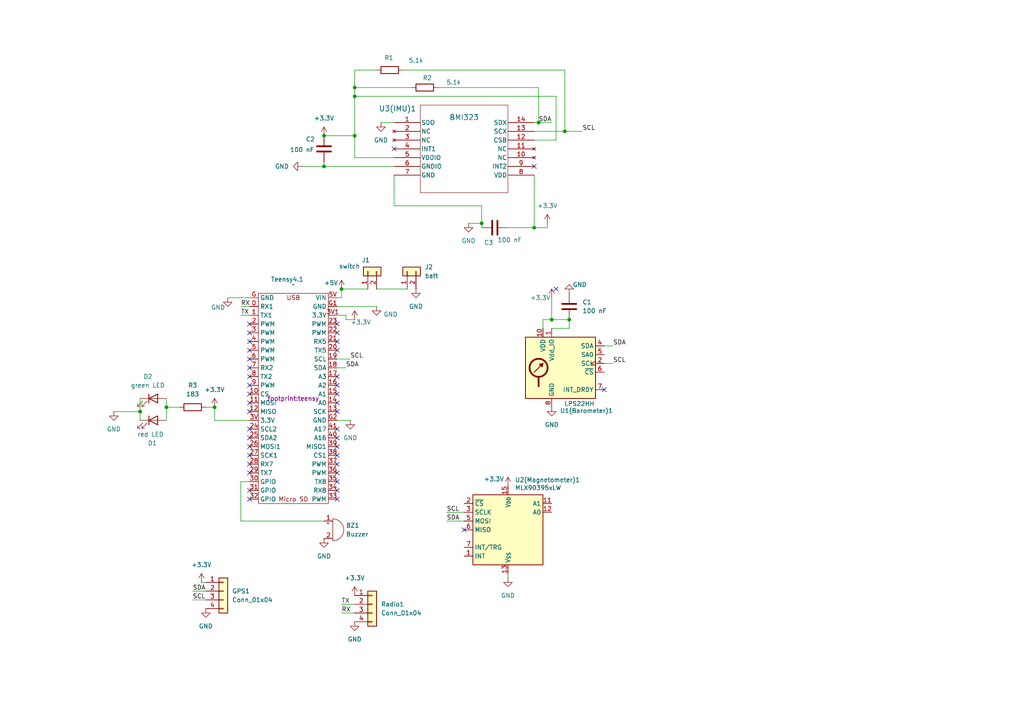
<source format=kicad_sch>
(kicad_sch (version 20250114) (generator "eeschema") (generator_version "9.0")
  (paper "A4")
  (lib_symbols
    (symbol "2025-10-06_20-53-56:BMI323" (pin_names (offset 0.254))
      (property "Reference" "U" (at 20.32 10.16 0))
      (property "Value" "BMI323" (at 20.32 7.62 0))
      (symbol "BMI323_0_1"
        (polyline (pts (xy 7.62 5.08) (xy 7.62 -20.32)) (stroke (width 0.127)))
        (polyline (pts (xy 7.62 -20.32) (xy 33.02 -20.32)) (stroke (width 0.127)))
        (polyline (pts (xy 33.02 5.08) (xy 7.62 5.08)) (stroke (width 0.127)))
        (polyline (pts (xy 33.02 -20.32) (xy 33.02 5.08)) (stroke (width 0.127)))
        (pin bidirectional line (at 0 0 0) (length 7.62) (name "SDO") (number "1"))
        (pin no_connect line (at 0 -2.54 0) (length 7.62) (name "NC") (number "2"))
        (pin no_connect line (at 0 -5.08 0) (length 7.62) (name "NC") (number "3"))
        (pin bidirectional line (at 0 -7.62 0) (length 7.62) (name "INT1") (number "4"))
        (pin power_in line (at 0 -10.16 0) (length 7.62) (name "VDDIO") (number "5"))
        (pin power_out line (at 0 -12.7 0) (length 7.62) (name "GNDIO") (number "6"))
        (pin power_out line (at 0 -15.24 0) (length 7.62) (name "GND") (number "7"))
        (pin bidirectional line (at 40.64 0 180) (length 7.62) (name "SDX") (number "14"))
        (pin input line (at 40.64 -2.54 180) (length 7.62) (name "SCX") (number "13"))
        (pin input line (at 40.64 -5.08 180) (length 7.62) (name "CSB") (number "12"))
        (pin no_connect line (at 40.64 -7.62 180) (length 7.62) (name "NC") (number "11"))
        (pin no_connect line (at 40.64 -10.16 180) (length 7.62) (name "NC") (number "10"))
        (pin bidirectional line (at 40.64 -12.7 180) (length 7.62) (name "INT2") (number "9"))
        (pin power_in line (at 40.64 -15.24 180) (length 7.62) (name "VDD") (number "8"))
      )
    )
    (symbol "Connector_Generic:Conn_01x02" (pin_names (offset 1.016) (hide yes))
      (property "Reference" "J" (at 0 2.54 0))
      (property "Value" "Conn_01x02" (at 0 -5.08 0))
      (symbol "Conn_01x02_1_1"
        (rectangle (start -1.27 1.27) (end 1.27 -3.81) (stroke (width 0.254)) (fill (type background)))
        (rectangle (start -1.27 0.127) (end 0 -0.127) (stroke (width 0.1524)))
        (rectangle (start -1.27 -2.413) (end 0 -2.667) (stroke (width 0.1524)))
        (pin passive line (at -5.08 0 0) (length 3.81) (name "Pin_1") (number "1"))
        (pin passive line (at -5.08 -2.54 0) (length 3.81) (name "Pin_2") (number "2"))
      )
    )
    (symbol "Connector_Generic:Conn_01x04" (pin_names (offset 1.016) (hide yes))
      (property "Reference" "J" (at 0 5.08 0))
      (property "Value" "Conn_01x04" (at 0 -7.62 0))
      (symbol "Conn_01x04_1_1"
        (rectangle (start -1.27 3.81) (end 1.27 -6.35) (stroke (width 0.254)) (fill (type background)))
        (rectangle (start -1.27 2.667) (end 0 2.413) (stroke (width 0.1524)))
        (rectangle (start -1.27 0.127) (end 0 -0.127) (stroke (width 0.1524)))
        (rectangle (start -1.27 -2.413) (end 0 -2.667) (stroke (width 0.1524)))
        (rectangle (start -1.27 -4.953) (end 0 -5.207) (stroke (width 0.1524)))
        (pin passive line (at -5.08 2.54 0) (length 3.81) (name "Pin_1") (number "1"))
        (pin passive line (at -5.08 0 0) (length 3.81) (name "Pin_2") (number "2"))
        (pin passive line (at -5.08 -2.54 0) (length 3.81) (name "Pin_3") (number "3"))
        (pin passive line (at -5.08 -5.08 0) (length 3.81) (name "Pin_4") (number "4"))
      )
    )
    (symbol "Device:Buzzer" (pin_names (offset 0.0254) (hide yes))
      (property "Reference" "BZ" (at 3.81 1.27 0))
      (property "Value" "Buzzer" (at 3.81 -1.27 0))
      (symbol "Buzzer_0_1"
        (polyline (pts (xy -1.651 1.905) (xy -1.143 1.905)))
        (polyline (pts (xy -1.397 2.159) (xy -1.397 1.651)))
        (arc (start 0 3.175) (mid 3.1612 0) (end 0 -3.175))
        (polyline (pts (xy 0 3.175) (xy 0 -3.175)))
      )
      (symbol "Buzzer_1_1"
        (pin passive line (at -2.54 2.54 0) (length 2.54) (name "+") (number "1"))
        (pin passive line (at -2.54 -2.54 0) (length 2.54) (name "-") (number "2"))
      )
    )
    (symbol "Device:C" (pin_numbers (hide yes)) (pin_names (offset 0.254))
      (property "Reference" "C" (at 0.635 2.54 0))
      (property "Value" "C" (at 0.635 -2.54 0))
      (symbol "C_0_1"
        (polyline (pts (xy -2.032 0.762) (xy 2.032 0.762)) (stroke (width 0.508)))
        (polyline (pts (xy -2.032 -0.762) (xy 2.032 -0.762)) (stroke (width 0.508)))
      )
      (symbol "C_1_1"
        (pin passive line (at 0 3.81 270) (length 2.794) (name "~") (number "1"))
        (pin passive line (at 0 -3.81 90) (length 2.794) (name "~") (number "2"))
      )
    )
    (symbol "Device:LED" (pin_numbers (hide yes)) (pin_names (offset 1.016) (hide yes))
      (property "Reference" "D" (at 0 2.54 0))
      (property "Value" "LED" (at 0 -2.54 0))
      (symbol "LED_0_1"
        (polyline (pts (xy -3.048 -0.762) (xy -4.572 -2.286) (xy -3.81 -2.286) (xy -4.572 -2.286) (xy -4.572 -1.524)))
        (polyline (pts (xy -1.778 -0.762) (xy -3.302 -2.286) (xy -2.54 -2.286) (xy -3.302 -2.286) (xy -3.302 -1.524)))
        (polyline (pts (xy -1.27 0) (xy 1.27 0)))
        (polyline (pts (xy -1.27 -1.27) (xy -1.27 1.27)) (stroke (width 0.254)))
        (polyline (pts (xy 1.27 -1.27) (xy 1.27 1.27) (xy -1.27 0) (xy 1.27 -1.27)) (stroke (width 0.254)))
      )
      (symbol "LED_1_1"
        (pin passive line (at -3.81 0 0) (length 2.54) (name "K") (number "1"))
        (pin passive line (at 3.81 0 180) (length 2.54) (name "A") (number "2"))
      )
    )
    (symbol "Device:R" (pin_numbers (hide yes)) (pin_names (offset 0))
      (property "Reference" "R" (at 2.032 0 90))
      (property "Value" "R" (at 0 0 90))
      (symbol "R_0_1"
        (rectangle (start -1.016 -2.54) (end 1.016 2.54) (stroke (width 0.254)))
      )
      (symbol "R_1_1"
        (pin passive line (at 0 3.81 270) (length 1.27) (name "~") (number "1"))
        (pin passive line (at 0 -3.81 90) (length 1.27) (name "~") (number "2"))
      )
    )
    (symbol "Sensor_Magnetic:MLX90395xLW"
      (property "Reference" "U" (at -9.906 11.684 0))
      (property "Value" "MLX90395xLW" (at 1.27 11.684 0))
      (symbol "MLX90395xLW_0_1"
        (rectangle (start -10.16 10.16) (end 10.16 -10.16) (stroke (width 0.254)) (fill (type background)))
      )
      (symbol "MLX90395xLW_1_1"
        (pin input line (at -12.7 7.62 0) (length 2.54) (name "~{CS}") (number "2"))
        (pin input line (at -12.7 5.08 0) (length 2.54) (name "SCLK") (number "3"))
        (pin input line (at -12.7 2.54 0) (length 2.54) (name "MOSI") (number "5"))
        (pin output line (at -12.7 0 0) (length 2.54) (name "MISO") (number "6"))
        (pin bidirectional line (at -12.7 -5.08 0) (length 2.54) (name "INT/TRG") (number "7"))
        (pin output line (at -12.7 -7.62 0) (length 2.54) (name "INT") (number "1"))
        (pin power_in line (at 0 12.7 270) (length 2.54) (name "V_{DD}") (number "15"))
        (pin passive line (at 0 -12.7 90) (length 2.54) (hide yes) (name "V_{SS}") (number "10"))
        (pin power_in line (at 0 -12.7 90) (length 2.54) (name "V_{SS}") (number "13"))
        (pin passive line (at 0 -12.7 90) (length 2.54) (hide yes) (name "V_{SS}") (number "14"))
        (pin passive line (at 0 -12.7 90) (length 2.54) (hide yes) (name "V_{SS}") (number "16"))
        (pin passive line (at 0 -12.7 90) (length 2.54) (hide yes) (name "V_{SS}") (number "17"))
        (pin passive line (at 0 -12.7 90) (length 2.54) (hide yes) (name "V_{SS}") (number "4"))
        (pin passive line (at 0 -12.7 90) (length 2.54) (hide yes) (name "V_{SS}") (number "8"))
        (pin passive line (at 0 -12.7 90) (length 2.54) (hide yes) (name "V_{SS}") (number "9"))
        (pin input line (at 12.7 7.62 180) (length 2.54) (name "A1") (number "11"))
        (pin input line (at 12.7 5.08 180) (length 2.54) (name "A0") (number "12"))
      )
    )
    (symbol "Sensor_Pressure:LPS22HH"
      (property "Reference" "U" (at -11.43 1.27 0))
      (property "Value" "LPS22HH" (at -11.43 -1.27 0))
      (symbol "LPS22HH_0_1"
        (rectangle (start -10.16 10.16) (end 10.16 -7.62) (stroke (width 0.254)) (fill (type background)))
        (polyline (pts (xy -7.62 0) (xy -5.08 2.54)) (stroke (width 0.254)))
        (circle (center -6.35 1.27) (radius 2.6162) (stroke (width 0.508)))
        (polyline (pts (xy -6.35 -1.524) (xy -6.35 -4.064)) (stroke (width 0.508)))
        (polyline (pts (xy -5.08 2.54) (xy -5.334 1.524) (xy -6.096 2.286) (xy -5.08 2.54)) (stroke (width 0.254)) (fill (type outline)))
      )
      (symbol "LPS22HH_1_1"
        (pin power_in line (at -5.08 12.7 270) (length 2.54) (name "VDD") (number "10"))
        (pin power_in line (at -2.54 12.7 270) (length 2.54) (name "Vdd_IO") (number "1"))
        (pin passive line (at -2.54 -10.16 90) (length 2.54) (hide yes) (name "GND") (number "3"))
        (pin power_in line (at -2.54 -10.16 90) (length 2.54) (name "GND") (number "8"))
        (pin passive line (at -2.54 -10.16 90) (length 2.54) (hide yes) (name "GND") (number "9"))
        (pin bidirectional line (at 12.7 7.62 180) (length 2.54) (name "SDA") (number "4"))
        (pin input line (at 12.7 5.08 180) (length 2.54) (name "SA0") (number "5"))
        (pin input clock (at 12.7 2.54 180) (length 2.54) (name "SCL") (number "2"))
        (pin input line (at 12.7 0 180) (length 2.54) (name "~{CS}") (number "6"))
        (pin output line (at 12.7 -5.08 180) (length 2.54) (name "INT_DRDY") (number "7"))
      )
    )
    (symbol "power:+3.3V" (power) (pin_numbers (hide yes)) (pin_names (offset 0) (hide yes))
      (property "Value" "+3.3V" (at 0 3.556 0))
      (symbol "+3.3V_0_1"
        (polyline (pts (xy -0.762 1.27) (xy 0 2.54)))
        (polyline (pts (xy 0 2.54) (xy 0.762 1.27)))
        (polyline (pts (xy 0 0) (xy 0 2.54)))
      )
      (symbol "+3.3V_1_1"
        (pin power_in line (at 0 0 90) (length 0) (name "~") (number "1"))
      )
    )
    (symbol "power:+5V" (power) (pin_numbers (hide yes)) (pin_names (offset 0) (hide yes))
      (property "Value" "+5V" (at 0 3.556 0))
      (symbol "+5V_0_1"
        (polyline (pts (xy -0.762 1.27) (xy 0 2.54)))
        (polyline (pts (xy 0 2.54) (xy 0.762 1.27)))
        (polyline (pts (xy 0 0) (xy 0 2.54)))
      )
      (symbol "+5V_1_1"
        (pin power_in line (at 0 0 90) (length 0) (name "~") (number "1"))
      )
    )
    (symbol "power:GND" (power) (pin_numbers (hide yes)) (pin_names (offset 0) (hide yes))
      (property "Value" "GND" (at 0 -3.81 0))
      (symbol "GND_0_1"
        (polyline (pts (xy 0 0) (xy 0 -1.27) (xy 1.27 -1.27) (xy 0 -2.54) (xy -1.27 -1.27) (xy 0 -1.27)))
      )
      (symbol "GND_1_1"
        (pin power_in line (at 0 0 270) (length 0) (name "~") (number "1"))
      )
    )
    (symbol "teensy:Teensy4.1"
      (property "Reference" "Teensy4.1" (at 0 0 90))
      (symbol "Teensy4.1_0_1"
        (rectangle (start -10.16 30.48) (end 10.16 -30.48))
      )
      (symbol "Teensy4.1_1_1"
        (text "USB" (at 0 29.21 0) (effects (font (size 1.27 1.27))))
        (text "Micro SD" (at 0 -29.21 0) (effects (font (size 1.27 1.27))))
        (pin input line (at -12.7 29.21 0) (length 2.54) (name "GND") (number "G"))
        (pin input line (at -12.7 26.67 0) (length 2.54) (name "RX1") (number "0"))
        (pin input line (at -12.7 24.13 0) (length 2.54) (name "TX1") (number "1"))
        (pin input line (at -12.7 21.59 0) (length 2.54) (name "PWM") (number "2"))
        (pin input line (at -12.7 19.05 0) (length 2.54) (name "PWM") (number "3"))
        (pin input line (at -12.7 16.51 0) (length 2.54) (name "PWM") (number "4"))
        (pin input line (at -12.7 13.97 0) (length 2.54) (name "PWM") (number "5"))
        (pin input line (at -12.7 11.43 0) (length 2.54) (name "PWM") (number "6"))
        (pin input line (at -12.7 8.89 0) (length 2.54) (name "RX2") (number "7"))
        (pin input line (at -12.7 6.35 0) (length 2.54) (name "TX2") (number "8"))
        (pin input line (at -12.7 3.81 0) (length 2.54) (name "PWM") (number "9"))
        (pin input line (at -12.7 1.27 0) (length 2.54) (name "CS") (number "10"))
        (pin input line (at -12.7 -1.27 0) (length 2.54) (name "MOSI") (number "11"))
        (pin input line (at -12.7 -3.81 0) (length 2.54) (name "MISO") (number "12"))
        (pin input line (at -12.7 -6.35 0) (length 2.54) (name "3.3V") (number "3V"))
        (pin input line (at -12.7 -8.89 0) (length 2.54) (name "SCL2") (number "24"))
        (pin input line (at -12.7 -11.43 0) (length 2.54) (name "SDA2") (number "25"))
        (pin input line (at -12.7 -13.97 0) (length 2.54) (name "MOSI1") (number "26"))
        (pin input line (at -12.7 -16.51 0) (length 2.54) (name "SCK1") (number "27"))
        (pin input line (at -12.7 -19.05 0) (length 2.54) (name "RX7") (number "28"))
        (pin input line (at -12.7 -21.59 0) (length 2.54) (name "TX7") (number "29"))
        (pin input line (at -12.7 -24.13 0) (length 2.54) (name "GPIO") (number "30"))
        (pin input line (at -12.7 -26.67 0) (length 2.54) (name "GPIO") (number "31"))
        (pin input line (at -12.7 -29.21 0) (length 2.54) (name "GPIO") (number "32"))
        (pin input line (at 12.7 29.21 180) (length 2.54) (name "VIN") (number "5V"))
        (pin input line (at 12.7 26.67 180) (length 2.54) (name "GND") (number "G1"))
        (pin input line (at 12.7 24.13 180) (length 2.54) (name "3.3V") (number "3V1"))
        (pin input line (at 12.7 21.59 180) (length 2.54) (name "PWM") (number "23"))
        (pin input line (at 12.7 19.05 180) (length 2.54) (name "PWM") (number "22"))
        (pin input line (at 12.7 16.51 180) (length 2.54) (name "RX5") (number "21"))
        (pin input line (at 12.7 13.97 180) (length 2.54) (name "TX5") (number "20"))
        (pin input line (at 12.7 11.43 180) (length 2.54) (name "SCL") (number "19"))
        (pin input line (at 12.7 8.89 180) (length 2.54) (name "SDA") (number "18"))
        (pin input line (at 12.7 6.35 180) (length 2.54) (name "A3") (number "17"))
        (pin input line (at 12.7 3.81 180) (length 2.54) (name "A2") (number "16"))
        (pin input line (at 12.7 1.27 180) (length 2.54) (name "A1") (number "15"))
        (pin input line (at 12.7 -1.27 180) (length 2.54) (name "A0") (number "14"))
        (pin input line (at 12.7 -3.81 180) (length 2.54) (name "SCK") (number "13"))
        (pin input line (at 12.7 -6.35 180) (length 2.54) (name "GND") (number "G2"))
        (pin input line (at 12.7 -8.89 180) (length 2.54) (name "A17") (number "41"))
        (pin input line (at 12.7 -11.43 180) (length 2.54) (name "A16") (number "40"))
        (pin input line (at 12.7 -13.97 180) (length 2.54) (name "MISO1") (number "39"))
        (pin input line (at 12.7 -16.51 180) (length 2.54) (name "CS1") (number "38"))
        (pin input line (at 12.7 -19.05 180) (length 2.54) (name "PWM") (number "37"))
        (pin input line (at 12.7 -21.59 180) (length 2.54) (name "PWM") (number "36"))
        (pin input line (at 12.7 -24.13 180) (length 2.54) (name "TX8") (number "35"))
        (pin input line (at 12.7 -26.67 180) (length 2.54) (name "RX8") (number "34"))
        (pin input line (at 12.7 -29.21 180) (length 2.54) (name "PWM") (number "33"))
      )
    )
  )
  (junction (at 102.87 39.37))
  (junction (at 102.87 27.94))
  (junction (at 40.64 119.38))
  (junction (at 62.23 118.11))
  (junction (at 156.21 35.56))
  (junction (at 165.1 92.71))
  (junction (at 102.87 25.4))
  (junction (at 139.7 64.77))
  (junction (at 48.26 118.11))
  (junction (at 163.83 38.1))
  (junction (at 160.02 92.71))
  (junction (at 93.98 39.37))
  (junction (at 154.94 66.04))
  (junction (at 93.98 48.26))
  (junction (at 99.06 83.82))
  (no_connect (at 97.79 132.08))
  (no_connect (at 72.39 106.68))
  (no_connect (at 72.39 104.14))
  (no_connect (at 97.79 142.24))
  (no_connect (at 134.62 153.67))
  (no_connect (at 72.39 124.46))
  (no_connect (at 97.79 137.16))
  (no_connect (at 72.39 109.22))
  (no_connect (at 72.39 144.78))
  (no_connect (at 97.79 139.7))
  (no_connect (at 97.79 101.6))
  (no_connect (at 97.79 124.46))
  (no_connect (at 97.79 119.38))
  (no_connect (at 72.39 99.06))
  (no_connect (at 97.79 144.78))
  (no_connect (at 97.79 129.54))
  (no_connect (at 175.26 113.03))
  (no_connect (at 72.39 142.24))
  (no_connect (at 72.39 137.16))
  (no_connect (at 97.79 134.62))
  (no_connect (at 97.79 111.76))
  (no_connect (at 72.39 114.3))
  (no_connect (at 97.79 93.98))
  (no_connect (at 72.39 132.08))
  (no_connect (at 97.79 109.22))
  (no_connect (at 154.94 48.26))
  (no_connect (at 97.79 99.06))
  (no_connect (at 72.39 111.76))
  (no_connect (at 72.39 96.52))
  (no_connect (at 161.29 83.82))
  (no_connect (at 72.39 116.84))
  (no_connect (at 72.39 134.62))
  (no_connect (at 97.79 127))
  (no_connect (at 114.3 43.18))
  (no_connect (at 97.79 96.52))
  (no_connect (at 72.39 101.6))
  (no_connect (at 97.79 114.3))
  (no_connect (at 72.39 127))
  (no_connect (at 97.79 116.84))
  (no_connect (at 72.39 93.98))
  (no_connect (at 72.39 129.54))
  (no_connect (at 72.39 119.38))
  (wire (pts (xy 100.33 106.68) (xy 97.79 106.68)))
  (wire (pts (xy 40.64 119.38) (xy 40.64 121.92)))
  (wire (pts (xy 156.21 35.56) (xy 160.02 35.56)))
  (wire (pts (xy 163.83 20.32) (xy 163.83 38.1)))
  (wire (pts (xy 156.21 25.4) (xy 156.21 35.56)))
  (wire (pts (xy 147.32 66.04) (xy 154.94 66.04)))
  (wire (pts (xy 161.29 27.94) (xy 161.29 40.64)))
  (wire (pts (xy 109.22 83.82) (xy 118.11 83.82)))
  (wire (pts (xy 177.8 100.33) (xy 175.26 100.33)))
  (wire (pts (xy 69.85 91.44) (xy 72.39 91.44)))
  (wire (pts (xy 87.63 48.26) (xy 93.98 48.26)))
  (wire (pts (xy 114.3 48.26) (xy 93.98 48.26)))
  (wire (pts (xy 33.02 119.38) (xy 40.64 119.38)))
  (wire (pts (xy 154.94 66.04) (xy 154.94 50.8)))
  (wire (pts (xy 161.29 40.64) (xy 154.94 40.64)))
  (wire (pts (xy 102.87 27.94) (xy 161.29 27.94)))
  (wire (pts (xy 154.94 38.1) (xy 163.83 38.1)))
  (wire (pts (xy 93.98 48.26) (xy 93.98 46.99)))
  (wire (pts (xy 69.85 88.9) (xy 72.39 88.9)))
  (wire (pts (xy 102.87 25.4) (xy 119.38 25.4)))
  (wire (pts (xy 160.02 92.71) (xy 165.1 92.71)))
  (wire (pts (xy 69.85 139.7) (xy 69.85 151.13)))
  (wire (pts (xy 165.1 95.25) (xy 160.02 95.25)))
  (wire (pts (xy 58.42 168.91) (xy 59.69 168.91)))
  (wire (pts (xy 48.26 115.57) (xy 48.26 118.11)))
  (wire (pts (xy 158.75 66.04) (xy 158.75 64.77)))
  (wire (pts (xy 139.7 59.69) (xy 139.7 64.77)))
  (wire (pts (xy 99.06 83.82) (xy 106.68 83.82)))
  (wire (pts (xy 154.94 35.56) (xy 156.21 35.56)))
  (wire (pts (xy 154.94 66.04) (xy 158.75 66.04)))
  (wire (pts (xy 165.1 92.71) (xy 165.1 95.25)))
  (wire (pts (xy 114.3 45.72) (xy 102.87 45.72)))
  (wire (pts (xy 55.88 173.99) (xy 59.69 173.99)))
  (wire (pts (xy 99.06 86.36) (xy 99.06 83.82)))
  (wire (pts (xy 100.33 91.44) (xy 97.79 91.44)))
  (wire (pts (xy 102.87 27.94) (xy 102.87 39.37)))
  (wire (pts (xy 40.64 115.57) (xy 40.64 119.38)))
  (wire (pts (xy 110.49 35.56) (xy 114.3 35.56)))
  (wire (pts (xy 139.7 64.77) (xy 139.7 66.04)))
  (wire (pts (xy 147.32 166.37) (xy 147.32 167.64)))
  (wire (pts (xy 55.88 171.45) (xy 59.69 171.45)))
  (wire (pts (xy 177.8 105.41) (xy 175.26 105.41)))
  (wire (pts (xy 66.04 86.36) (xy 72.39 86.36)))
  (wire (pts (xy 100.33 91.44) (xy 100.33 92.71)))
  (wire (pts (xy 99.06 177.8) (xy 102.87 177.8)))
  (wire (pts (xy 69.85 151.13) (xy 93.98 151.13)))
  (wire (pts (xy 160.02 86.36) (xy 160.02 92.71)))
  (wire (pts (xy 168.91 38.1) (xy 163.83 38.1)))
  (wire (pts (xy 102.87 20.32) (xy 102.87 25.4)))
  (wire (pts (xy 48.26 118.11) (xy 52.07 118.11)))
  (wire (pts (xy 100.33 92.71) (xy 102.87 92.71)))
  (wire (pts (xy 48.26 118.11) (xy 48.26 121.92)))
  (wire (pts (xy 129.54 148.59) (xy 134.62 148.59)))
  (wire (pts (xy 72.39 121.92) (xy 62.23 121.92)))
  (wire (pts (xy 127 25.4) (xy 156.21 25.4)))
  (wire (pts (xy 101.6 104.14) (xy 97.79 104.14)))
  (wire (pts (xy 99.06 175.26) (xy 102.87 175.26)))
  (wire (pts (xy 99.06 86.36) (xy 97.79 86.36)))
  (wire (pts (xy 102.87 45.72) (xy 102.87 39.37)))
  (wire (pts (xy 114.3 50.8) (xy 114.3 59.69)))
  (wire (pts (xy 114.3 59.69) (xy 139.7 59.69)))
  (wire (pts (xy 157.48 92.71) (xy 157.48 95.25)))
  (wire (pts (xy 97.79 121.92) (xy 101.6 121.92)))
  (wire (pts (xy 102.87 20.32) (xy 109.22 20.32)))
  (wire (pts (xy 69.85 139.7) (xy 72.39 139.7)))
  (wire (pts (xy 102.87 39.37) (xy 93.98 39.37)))
  (wire (pts (xy 157.48 92.71) (xy 160.02 92.71)))
  (wire (pts (xy 102.87 25.4) (xy 102.87 27.94)))
  (wire (pts (xy 135.89 64.77) (xy 139.7 64.77)))
  (wire (pts (xy 116.84 20.32) (xy 163.83 20.32)))
  (wire (pts (xy 165.1 86.36) (xy 165.1 87.63)))
  (wire (pts (xy 97.79 88.9) (xy 109.22 88.9)))
  (wire (pts (xy 59.69 118.11) (xy 62.23 118.11)))
  (wire (pts (xy 62.23 118.11) (xy 62.23 121.92)))
  (wire (pts (xy 129.54 151.13) (xy 134.62 151.13)))
  (label "" (at 158.75 34.29 0))
  (label "SCL" (at 129.54 148.59 0))
  (label "SCL" (at 55.88 173.99 0))
  (label "SDA" (at 55.88 171.45 0))
  (label "" (at 72.39 114.3 0))
  (label "TX" (at 99.06 175.26 0))
  (label "SCL" (at 101.6 104.14 0))
  (label "TX" (at 69.85 91.44 0))
  (label "" (at 134.62 158.75 0))
  (label "SDA" (at 177.8 100.33 0))
  (label "" (at 154.94 38.1 0))
  (label "" (at 110.49 35.56 0))
  (label "RX" (at 99.06 177.8 0))
  (label "SCL" (at 168.91 38.1 0))
  (label "SDA" (at 129.54 151.13 0))
  (label "RX" (at 69.85 88.9 0))
  (label "" (at 97.79 106.68 0))
  (label "SCL" (at 177.8 105.41 0))
  (label "SDA" (at 100.33 106.68 0))
  (label "" (at 110.49 35.56 0))
  (label "SDA" (at 156.21 35.56 0))
  (symbol (lib_id "power:GND") (at 102.87 180.34 0) (unit 1)
    (property "Reference" "#PWR022" (effects (hide yes)))
    (property "Value" "GND" (at 102.87 185.42 0))
    (property "Description" "Power symbol creates a global label with name \"GND\" , ground" (effects (hide yes)))
  )
  (symbol (lib_id "Connector_Generic:Conn_01x02") (at 106.68 78.74 90) (unit 1)
    (property "Reference" "J1" (at 104.902 75.438 90) (effects (justify right)))
    (property "Value" "switch" (at 98.298 77.216 90) (effects (justify right)))
    (property "Footprint" "Connector_JST:JST_XH_B2B-XH-A_1x02_P2.50mm_Vertical" (effects (hide yes)))
    (property "Description" "Generic connector, single row, 01x02, script generated (kicad-library-utils/schlib/autogen/connector/)" (effects (hide yes)))
  )
  (symbol (lib_id "Sensor_Pressure:LPS22HH") (at 162.56 107.95 0) (unit 1)
    (property "Reference" "U1(Barometer)1" (at 177.8 119.126 0) (effects (justify right)))
    (property "Value" "LPS22HH" (at 172.466 117.094 0) (effects (justify right)))
    (property "Footprint" "Package_LGA:ST_HLGA-10_2x2mm_P0.5mm_LayoutBorder3x2y" (effects (hide yes)))
    (property "Datasheet" "https://www.st.com/resource/en/datasheet/lps22hh.pdf" (effects (hide yes)))
    (property "Description" "MEMS nano pressure sensor, 260-1260 hPa, absolute digital output baromeeter, 24 bit, SPI, I2C, I3C, 0.65 Pa noise rms, ST_HLGA-10L" (effects (hide yes)))
  )
  (symbol (lib_id "power:+3.3V") (at 102.87 92.71 0) (unit 1)
    (property "Reference" "#PWR08" (effects (hide yes)))
    (property "Value" "+3.3V" (at 104.648 93.472 0))
    (property "Description" "Power symbol creates a global label with name \"+3.3V\"" (effects (hide yes)))
  )
  (symbol (lib_id "power:GND") (at 147.32 167.64 0) (unit 1)
    (property "Reference" "#PWR016" (effects (hide yes)))
    (property "Value" "GND" (at 147.32 172.72 0))
    (property "Description" "Power symbol creates a global label with name \"GND\" , ground" (effects (hide yes)))
  )
  (symbol (lib_id "power:GND") (at 87.63 48.26 270) (unit 1)
    (property "Reference" "#PWR05" (effects (hide yes)))
    (property "Value" "GND" (at 83.82 48.2599 90) (effects (justify right)))
    (property "Description" "Power symbol creates a global label with name \"GND\" , ground" (effects (hide yes)))
  )
  (symbol (lib_id "Device:R") (at 113.03 20.32 90) (unit 1)
    (property "Reference" "R1" (at 112.776 16.764 90))
    (property "Value" "5.1k" (at 120.65 17.526 90))
    (property "Footprint" "Resistor_SMD:R_0603_1608Metric" (effects (hide yes)))
    (property "Description" "Resistor" (effects (hide yes)))
  )
  (symbol (lib_id "Device:C") (at 143.51 66.04 90) (unit 1)
    (property "Reference" "C3" (at 141.732 70.358 90))
    (property "Value" "100 nF" (at 147.828 69.596 90))
    (property "Footprint" "Capacitor_SMD:C_0603_1608Metric" (effects (hide yes)))
    (property "Description" "Unpolarized capacitor" (effects (hide yes)))
  )
  (symbol (lib_id "power:+3.3V") (at 147.32 140.97 0) (unit 1)
    (property "Reference" "#PWR015" (effects (hide yes)))
    (property "Value" "+3.3V" (at 143.256 138.938 0))
    (property "Description" "Power symbol creates a global label with name \"+3.3V\"" (effects (hide yes)))
  )
  (symbol (lib_id "power:GND") (at 110.49 35.56 0) (unit 1)
    (property "Reference" "#PWR018" (effects (hide yes)))
    (property "Value" "GND" (at 110.49 40.64 0))
    (property "Description" "Power symbol creates a global label with name \"GND\" , ground" (effects (hide yes)))
  )
  (symbol (lib_id "Device:R") (at 123.19 25.4 90) (unit 1)
    (property "Reference" "R2" (at 123.952 22.606 90))
    (property "Value" "5.1k" (at 131.572 23.876 90))
    (property "Footprint" "Resistor_SMD:R_0603_1608Metric" (effects (hide yes)))
    (property "Description" "Resistor" (effects (hide yes)))
  )
  (symbol (lib_id "power:+3.3V") (at 58.42 168.91 0) (unit 1)
    (property "Reference" "#PWR020" (effects (hide yes)))
    (property "Value" "+3.3V" (at 58.42 163.83 0))
    (property "Description" "Power symbol creates a global label with name \"+3.3V\"" (effects (hide yes)))
  )
  (symbol (lib_id "power:GND") (at 59.69 176.53 0) (unit 1)
    (property "Reference" "#PWR019" (effects (hide yes)))
    (property "Value" "GND" (at 59.69 181.61 0))
    (property "Description" "Power symbol creates a global label with name \"GND\" , ground" (effects (hide yes)))
  )
  (symbol (lib_id "power:GND") (at 135.89 64.77 0) (unit 1)
    (property "Reference" "#PWR06" (effects (hide yes)))
    (property "Value" "GND" (at 135.89 69.85 0))
    (property "Description" "Power symbol creates a global label with name \"GND\" , ground" (effects (hide yes)))
  )
  (symbol (lib_id "power:GND") (at 66.04 86.36 0) (unit 1)
    (property "Reference" "#PWR01" (effects (hide yes)))
    (property "Value" "GND" (at 63.246 89.154 0))
    (property "Description" "Power symbol creates a global label with name \"GND\" , ground" (effects (hide yes)))
  )
  (symbol (lib_id "power:GND") (at 93.98 156.21 0) (unit 1)
    (property "Reference" "#PWR014" (effects (hide yes)))
    (property "Value" "GND" (at 93.98 161.29 0))
    (property "Description" "Power symbol creates a global label with name \"GND\" , ground" (effects (hide yes)))
  )
  (symbol (lib_id "Device:LED") (at 44.45 115.57 0) (unit 1)
    (property "Reference" "D2" (at 42.8625 109.22 0))
    (property "Value" "green LED" (at 42.8625 111.76 0))
    (property "Footprint" "LED_SMD:LED_0805_2012Metric" (effects (hide yes)))
    (property "Description" "Light emitting diode" (effects (hide yes)))
    (property "Sim.Pins" "1=K 2=A" (effects (hide yes)))
  )
  (symbol (lib_id "power:+3.3V") (at 102.87 172.72 0) (unit 1)
    (property "Reference" "#PWR021" (effects (hide yes)))
    (property "Value" "+3.3V" (at 102.87 167.64 0))
    (property "Description" "Power symbol creates a global label with name \"+3.3V\"" (effects (hide yes)))
  )
  (symbol (lib_id "power:GND") (at 109.22 88.9 0) (unit 1)
    (property "Reference" "#PWR02" (effects (hide yes)))
    (property "Value" "GND" (at 113.284 91.186 0))
    (property "Description" "Power symbol creates a global label with name \"GND\" , ground" (effects (hide yes)))
  )
  (symbol (lib_id "power:GND") (at 101.6 121.92 0) (unit 1)
    (property "Reference" "#PWR013" (effects (hide yes)))
    (property "Value" "GND" (at 101.6 127 0))
    (property "Description" "Power symbol creates a global label with name \"GND\" , ground" (effects (hide yes)))
  )
  (symbol (lib_id "power:+3.3V") (at 160.02 86.36 0) (unit 1)
    (property "Reference" "#PWR09" (effects (hide yes)))
    (property "Value" "+3.3V" (at 156.718 86.36 0))
    (property "Description" "Power symbol creates a global label with name \"+3.3V\"" (effects (hide yes)))
  )
  (symbol (lib_id "Device:C") (at 165.1 88.9 0) (unit 1)
    (property "Reference" "C1" (at 168.91 87.6299 0) (effects (justify left)))
    (property "Value" "100 nF" (at 168.91 90.1699 0) (effects (justify left)))
    (property "Footprint" "Capacitor_SMD:C_0603_1608Metric" (effects (hide yes)))
    (property "Description" "Unpolarized capacitor" (effects (hide yes)))
  )
  (symbol (lib_id "power:GND") (at 120.65 83.82 0) (unit 1)
    (property "Reference" "#PWR017" (effects (hide yes)))
    (property "Value" "GND" (at 120.65 88.9 0))
    (property "Description" "Power symbol creates a global label with name \"GND\" , ground" (effects (hide yes)))
  )
  (symbol (lib_id "power:GND") (at 33.02 119.38 0) (unit 1)
    (property "Reference" "#PWR023" (effects (hide yes)))
    (property "Value" "GND" (at 33.02 124.46 0))
    (property "Description" "Power symbol creates a global label with name \"GND\" , ground" (effects (hide yes)))
  )
  (symbol (lib_id "Device:LED") (at 44.45 121.92 0) (unit 1)
    (property "Reference" "D1" (at 44.196 128.524 0))
    (property "Value" "red LED" (at 43.688 125.984 0))
    (property "Footprint" "LED_SMD:LED_0805_2012Metric" (effects (hide yes)))
    (property "Description" "Light emitting diode" (effects (hide yes)))
    (property "Sim.Pins" "1=K 2=A" (effects (hide yes)))
  )
  (symbol (lib_id "power:+5V") (at 99.06 83.82 0) (unit 1)
    (property "Reference" "#PWR03" (effects (hide yes)))
    (property "Value" "+5V" (at 96.012 82.042 0))
    (property "Description" "Power symbol creates a global label with name \"+5V\"" (effects (hide yes)))
  )
  (symbol (lib_id "Device:R") (at 55.88 118.11 90) (unit 1)
    (property "Reference" "R3" (at 55.88 111.76 90))
    (property "Value" "183" (at 55.88 114.3 90))
    (property "Footprint" "Resistor_SMD:R_0603_1608Metric" (effects (hide yes)))
    (property "Description" "Resistor" (effects (hide yes)))
  )
  (symbol (lib_id "Connector_Generic:Conn_01x04") (at 107.95 175.26 0) (unit 1)
    (property "Reference" "Radio1" (at 110.49 175.2599 0) (effects (justify left)))
    (property "Value" "Conn_01x04" (at 110.49 177.7999 0) (effects (justify left)))
    (property "Footprint" "Connector_JST:JST_XH_B4B-XH-A_1x04_P2.50mm_Vertical" (effects (hide yes)))
    (property "Description" "Generic connector, single row, 01x04, script generated (kicad-library-utils/schlib/autogen/connector/)" (effects (hide yes)))
  )
  (symbol (lib_id "Connector_Generic:Conn_01x02") (at 118.11 78.74 90) (unit 1)
    (property "Reference" "J2" (at 123.19 77.4699 90) (effects (justify right)))
    (property "Value" "batt" (at 123.19 80.0099 90) (effects (justify right)))
    (property "Footprint" "Connector_JST:JST_XH_B2B-XH-A_1x02_P2.50mm_Vertical" (effects (hide yes)))
    (property "Description" "Generic connector, single row, 01x02, script generated (kicad-library-utils/schlib/autogen/connector/)" (effects (hide yes)))
  )
  (symbol (lib_id "Device:Buzzer") (at 96.52 153.67 0) (unit 1)
    (property "Reference" "BZ1" (at 100.33 152.3999 0) (effects (justify left)))
    (property "Value" "Buzzer" (at 100.33 154.9399 0) (effects (justify left)))
    (property "Footprint" "Buzzer_Beeper:Buzzer_12x9.5RM7.6" (effects (hide yes)))
    (property "Description" "Buzzer, polarized" (effects (hide yes)))
  )
  (symbol (lib_id "power:+3.3V") (at 93.98 39.37 0) (unit 1)
    (property "Reference" "#PWR011" (effects (hide yes)))
    (property "Value" "+3.3V" (at 93.98 34.29 0))
    (property "Description" "Power symbol creates a global label with name \"+3.3V\"" (effects (hide yes)))
  )
  (symbol (lib_id "power:GND") (at 165.1 85.09 180) (unit 1)
    (property "Reference" "#PWR07" (effects (hide yes)))
    (property "Value" "GND" (at 168.148 82.55 0))
    (property "Description" "Power symbol creates a global label with name \"GND\" , ground" (effects (hide yes)))
  )
  (symbol (lib_id "power:GND") (at 160.02 118.11 0) (unit 1)
    (property "Reference" "#PWR010" (effects (hide yes)))
    (property "Value" "GND" (at 160.02 123.19 0))
    (property "Description" "Power symbol creates a global label with name \"GND\" , ground" (effects (hide yes)))
  )
  (symbol (lib_id "Device:C") (at 93.98 43.18 180) (unit 1)
    (property "Reference" "C2" (at 88.646 40.386 0) (effects (justify right)))
    (property "Value" "100 nF" (at 84.074 43.434 0) (effects (justify right)))
    (property "Footprint" "Capacitor_SMD:C_0603_1608Metric" (effects (hide yes)))
    (property "Description" "Unpolarized capacitor" (effects (hide yes)))
  )
  (symbol (lib_id "teensy:Teensy4.1") (at 85.09 115.57 0) (unit 1)
    (property "Reference" "Teensy4.1" (at 83.312 81.026 0))
    (property "Value" "~" (at 85.09 82.55 0))
    (property "Footprint" "footprint:teensy" (at 85.09 115.57 0))
  )
  (symbol (lib_id "Sensor_Magnetic:MLX90395xLW") (at 147.32 153.67 0) (unit 1)
    (property "Reference" "U2(Magnetometer)1" (at 149.352 139.192 0) (effects (justify left)))
    (property "Value" "MLX90395xLW" (at 149.352 141.478 0) (effects (justify left)))
    (property "Footprint" "Package_DFN_QFN:QFN-16-1EP_3x3mm_P0.5mm_EP1.675x1.675mm" (effects (hide yes)))
    (property "Datasheet" "https://www.melexis.com/en/documents/documentation/datasheets/datasheet-mlx90395" (effects (hide yes)))
    (property "Description" "3-axis Magnetometer Node, SPI / I2C interface, VQFN-16" (effects (hide yes)))
  )
  (symbol (lib_id "2025-10-06_20-53-56:BMI323") (at 114.3 35.56 0) (unit 1)
    (property "Reference" "U3(IMU)1" (at 115.316 31.496 0) (effects (font (size 1.524 1.524))))
    (property "Value" "BMI323" (at 134.62 34.036 0) (effects (font (size 1.524 1.524))))
    (property "Footprint" "footprints:BMI323_BOS" (effects (hide yes)))
    (property "Datasheet" "BMI323" (effects (hide yes)))
  )
  (symbol (lib_id "power:+3.3V") (at 62.23 118.11 0) (unit 1)
    (property "Reference" "#PWR012" (effects (hide yes)))
    (property "Value" "+3.3V" (at 62.23 113.03 0))
    (property "Description" "Power symbol creates a global label with name \"+3.3V\"" (effects (hide yes)))
  )
  (symbol (lib_id "Connector_Generic:Conn_01x04") (at 64.77 171.45 0) (unit 1)
    (property "Reference" "GPS1" (at 67.31 171.4499 0) (effects (justify left)))
    (property "Value" "Conn_01x04" (at 67.31 173.9899 0) (effects (justify left)))
    (property "Footprint" "Connector_JST:JST_XH_B4B-XH-A_1x04_P2.50mm_Vertical" (effects (hide yes)))
    (property "Description" "Generic connector, single row, 01x04, script generated (kicad-library-utils/schlib/autogen/connector/)" (effects (hide yes)))
  )
  (symbol (lib_id "power:+3.3V") (at 158.75 64.77 0) (unit 1)
    (property "Reference" "#PWR04" (effects (hide yes)))
    (property "Value" "+3.3V" (at 158.75 59.69 0))
    (property "Description" "Power symbol creates a global label with name \"+3.3V\"" (effects (hide yes)))
  )
)
</source>
